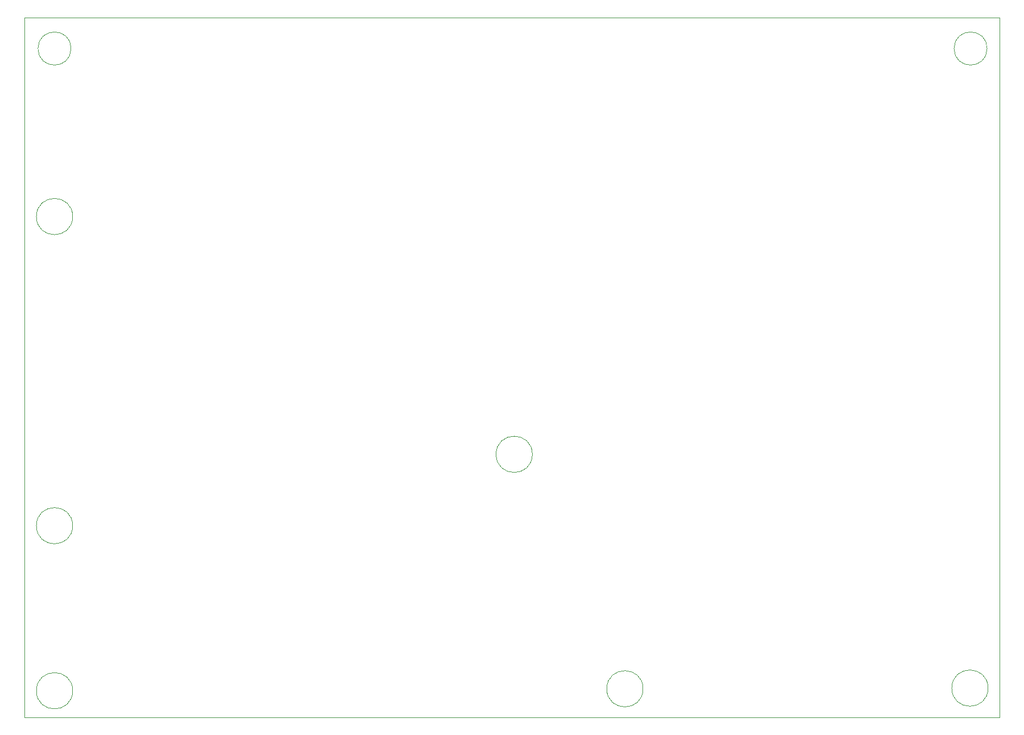
<source format=gbr>
%TF.GenerationSoftware,KiCad,Pcbnew,9.0.4*%
%TF.CreationDate,2025-09-17T13:48:35-04:00*%
%TF.ProjectId,C1581i,43313538-3169-42e6-9b69-6361645f7063,PROTO 2*%
%TF.SameCoordinates,Original*%
%TF.FileFunction,Profile,NP*%
%FSLAX46Y46*%
G04 Gerber Fmt 4.6, Leading zero omitted, Abs format (unit mm)*
G04 Created by KiCad (PCBNEW 9.0.4) date 2025-09-17 13:48:35*
%MOMM*%
%LPD*%
G01*
G04 APERTURE LIST*
%TA.AperFunction,Profile*%
%ADD10C,0.100000*%
%TD*%
G04 APERTURE END LIST*
D10*
X93099200Y-37800000D02*
X238220000Y-37800000D01*
X238220000Y-142048800D01*
X93099200Y-142048800D01*
X93099200Y-37800000D01*
X100237851Y-113510000D02*
G75*
G02*
X94834149Y-113510000I-2701851J0D01*
G01*
X94834149Y-113510000D02*
G75*
G02*
X100237851Y-113510000I2701851J0D01*
G01*
X100237851Y-67430000D02*
G75*
G02*
X94834149Y-67430000I-2701851J0D01*
G01*
X94834149Y-67430000D02*
G75*
G02*
X100237851Y-67430000I2701851J0D01*
G01*
X100237851Y-138112500D02*
G75*
G02*
X94834149Y-138112500I-2701851J0D01*
G01*
X94834149Y-138112500D02*
G75*
G02*
X100237851Y-138112500I2701851J0D01*
G01*
X99999493Y-42380000D02*
G75*
G02*
X95072507Y-42380000I-2463493J0D01*
G01*
X95072507Y-42380000D02*
G75*
G02*
X99999493Y-42380000I2463493J0D01*
G01*
X185175451Y-137820400D02*
G75*
G02*
X179771749Y-137820400I-2701851J0D01*
G01*
X179771749Y-137820400D02*
G75*
G02*
X185175451Y-137820400I2701851J0D01*
G01*
X236551851Y-137720000D02*
G75*
G02*
X231148149Y-137720000I-2701851J0D01*
G01*
X231148149Y-137720000D02*
G75*
G02*
X236551851Y-137720000I2701851J0D01*
G01*
X236413493Y-42380000D02*
G75*
G02*
X231486507Y-42380000I-2463493J0D01*
G01*
X231486507Y-42380000D02*
G75*
G02*
X236413493Y-42380000I2463493J0D01*
G01*
X168690851Y-102870000D02*
G75*
G02*
X163287149Y-102870000I-2701851J0D01*
G01*
X163287149Y-102870000D02*
G75*
G02*
X168690851Y-102870000I2701851J0D01*
G01*
M02*

</source>
